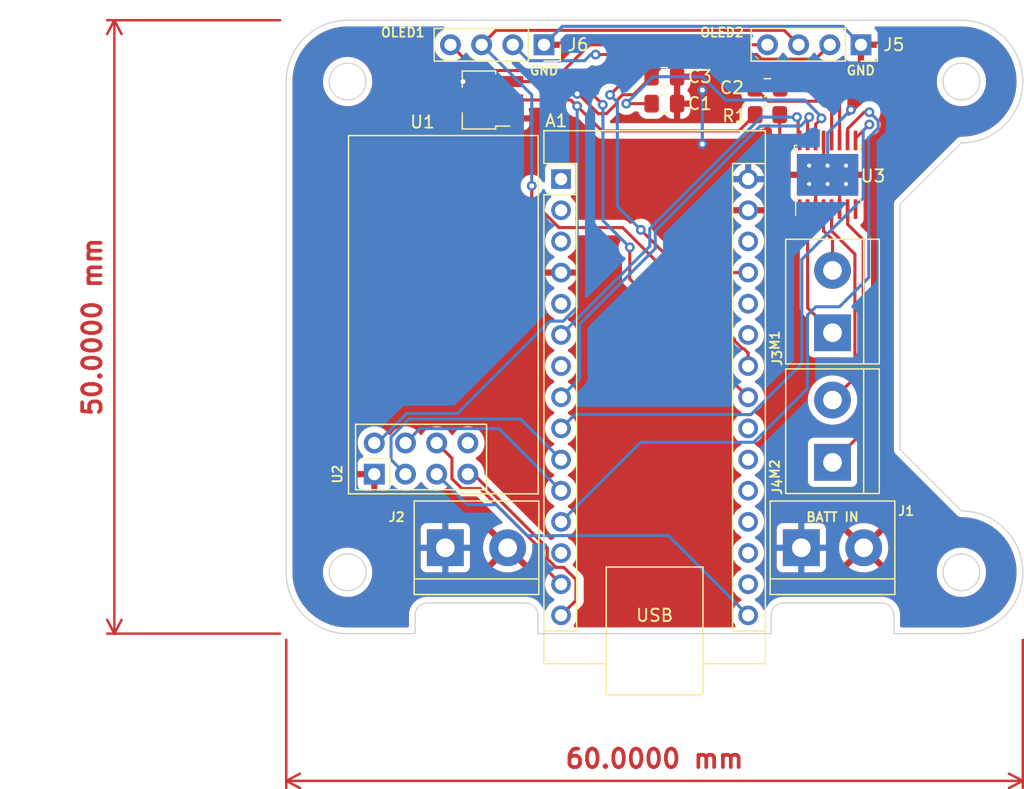
<source format=kicad_pcb>
(kicad_pcb (version 20211014) (generator pcbnew)
  (layers (0 "F.Cu" signal) (31 "B.Cu" signal) (34 "B.Paste" user) (35 "F.Paste" user) (36 "B.SilkS" user "B.Silkscreen") (37 "F.SilkS" user "F.Silkscreen") (38 "B.Mask" user) (39 "F.Mask" user) (44 "Edge.Cuts" user))
  (net 0 "")
  (net 4 "GND")
  (net 6 "Net-(A1-Pad6)")
  (net 8 "Net-(A1-Pad8)")
  (net 9 "Net-(A1-Pad9)")
  (net 10 "Net-(A1-Pad10)")
  (net 11 "Net-(A1-Pad11)")
  (net 12 "Net-(A1-Pad12)")
  (net 14 "Net-(A1-Pad14)")
  (net 15 "Net-(A1-Pad15)")
  (net 16 "Net-(A1-Pad16)")
  (net 23 "Net-(A1-Pad23)")
  (net 24 "Net-(A1-Pad24)")
  (net 27 "Net-(A1-Pad27)")
  (net 29 "+6V")
  (net 30 "Net-(C2-Pad1)")
  (net 31 "Net-(C3-Pad1)")
  (net 32 "Net-(J3-Pad1)")
  (net 33 "Net-(J3-Pad2)")
  (net 34 "Net-(J4-Pad1)")
  (net 35 "Net-(J4-Pad2)")
  (net 36 "Net-(R1-Pad1)")
  (net 37 "+3V3")
  (footprint "RF_Module:nRF24L01_Breakout" (layer "F.Cu") (at 147.175 116 90)
    (fp_text reference "U2" (at 0 -3 90) (layer "F.SilkS") (effects (font (size 0.75 0.75))))
    (fp_text value "NRF24L01_Breakout")
    (fp_line (start 1.27 1.27) (end -1.016 1.27) (layer "F.SilkS") (width 0.12))
    (fp_line (start -1.6 -2.1) (end -1.6 -2.1) (layer "F.SilkS") (width 0.12))
    (fp_line (start 1.27 -1.016) (end 1.27 1.27) (layer "F.SilkS") (width 0.12))
    (fp_line (start -1.27 9.144) (end -1.27 9.144) (layer "F.SilkS") (width 0.12))
    (fp_line (start -1.016 1.27) (end -1.016 1.27) (layer "F.SilkS") (width 0.12))
    (fp_line (start 4.064 9.144) (end -1.27 9.144) (layer "F.SilkS") (width 0.12))
    (fp_line (start -1.27 -1.524) (end -1.27 -1.524) (layer "F.SilkS") (width 0.12))
    (fp_line (start 27.6 -2.1) (end 27.6 13.35) (layer "F.SilkS") (width 0.12))
    (fp_line (start -1.6 -2.1) (end 27.6 -2.1) (layer "F.SilkS") (width 0.12))
    (fp_line (start -1.6 13.35) (end -1.6 -2.1) (layer "F.SilkS") (width 0.12))
    (fp_line (start -1.27 -1.524) (end 4.064 -1.524) (layer "F.SilkS") (width 0.12))
    (fp_line (start 4.064 -1.524) (end 4.064 9.144) (layer "F.SilkS") (width 0.12))
    (fp_line (start 27.6 13.35) (end -1.6 13.35) (layer "F.SilkS") (width 0.12))
    (fp_line (start -1.27 9.144) (end -1.27 -1.524) (layer "F.SilkS") (width 0.12))
    (pad "1" thru_hole rect (at 0 0 90) (size 1.7 1.7) (drill 1) (layers *.Cu *.Mask) (net 4 "GND"))
    (pad "2" thru_hole circle (at 2.54 0 90) (size 1.7 1.7) (drill 1) (layers *.Cu *.Mask) (net 37 "+3V3"))
    (pad "3" thru_hole circle (at 0 2.54 90) (size 1.7 1.7) (drill 1) (layers *.Cu *.Mask) (net 10 "Net-(A1-Pad10)"))
    (pad "4" thru_hole circle (at 2.54 2.54 90) (size 1.7 1.7) (drill 1) (layers *.Cu *.Mask) (net 11 "Net-(A1-Pad11)"))
    (pad "5" thru_hole circle (at 0 5.08 90) (size 1.7 1.7) (drill 1) (layers *.Cu *.Mask) (net 16 "Net-(A1-Pad16)"))
    (pad "6" thru_hole circle (at 2.54 5.08 90) (size 1.7 1.7) (drill 1) (layers *.Cu *.Mask) (net 14 "Net-(A1-Pad14)"))
    (pad "7" thru_hole circle (at 0 7.62 90) (size 1.7 1.7) (drill 1) (layers *.Cu *.Mask) (net 15 "Net-(A1-Pad15)"))
    (pad "8" thru_hole circle (at 2.54 7.62 90) (size 1.7 1.7) (drill 1) (layers *.Cu *.Mask))
  )
  (footprint "Capacitor_SMD:C_0805_2012Metric_Pad1.18x1.45mm_HandSolder" (layer "F.Cu") (at 179.2 84.5 180)
    (fp_text reference "C2" (at 2.9 0) (layer "F.SilkS"))
    (fp_text value "0.01UF16V")
    (fp_line (start -0.261252 -0.735) (end 0.261252 -0.735) (layer "F.SilkS") (width 0.12))
    (fp_line (start -0.261252 0.735) (end 0.261252 0.735) (layer "F.SilkS") (width 0.12))
    (pad "1" smd roundrect (at -1.0375 0 180) (size 1.175 1.45) (layers "F.Cu" "F.Paste" "F.Mask") (roundrect_rratio 0.2127659574) (net 30 "Net-(C2-Pad1)"))
    (pad "2" smd roundrect (at 1.0375 0 180) (size 1.175 1.45) (layers "F.Cu" "F.Paste" "F.Mask") (roundrect_rratio 0.2127659574) (net 29 "+6V"))
  )
  (footprint "Package_TO_SOT_SMD:SOT-89-3_Handsoldering" (layer "F.Cu") (at 156 85.5 180)
    (fp_text reference "U1" (at 4.9 -1.8) (layer "F.SilkS"))
    (fp_text value "AZ1117-3.3")
    (fp_line (start -1.06 -2.36) (end -1.06 -2.13) (layer "F.SilkS") (width 0.12))
    (fp_line (start -2.2 -2.13) (end -1.06 -2.13) (layer "F.SilkS") (width 0.12))
    (fp_line (start 1.66 2.36) (end -1.06 2.36) (layer "F.SilkS") (width 0.12))
    (fp_line (start -1.06 2.36) (end -1.06 2.13) (layer "F.SilkS") (width 0.12))
    (fp_line (start 1.66 1.05) (end 1.66 2.36) (layer "F.SilkS") (width 0.12))
    (fp_line (start 1.66 -2.36) (end 1.66 -1.05) (layer "F.SilkS") (width 0.12))
    (fp_line (start -1.06 -2.36) (end 1.66 -2.36) (layer "F.SilkS") (width 0.12))
    (pad "1" smd rect (at -2.15 -1.5 180) (size 2.3 0.9) (layers "F.Cu" "F.Paste" "F.Mask") (net 4 "GND"))
    (pad "2" smd custom (at -2.0625 0 180) (size 2.475 0.9) (layers "F.Cu" "F.Paste" "F.Mask") (net 37 "+3V3") (options (clearance outline) (anchor rect)) (primitives (gr_poly (pts (xy 5.3625 0.8665) (xy 1.2375 0.8665) (xy 1.2375 -0.8665) (xy 5.3625 -0.8665)) (width 0) (fill yes))))
    (pad "3" smd rect (at -2.15 1.5 180) (size 2.3 0.9) (layers "F.Cu" "F.Paste" "F.Mask") (net 29 "+6V"))
  )
  (footprint "Resistor_SMD:R_0805_2012Metric_Pad1.20x1.40mm_HandSolder" (layer "F.Cu") (at 179.2 86.7 180)
    (fp_text reference "R1" (at 2.7 -0.1) (layer "F.SilkS"))
    (fp_text value "200K")
    (fp_line (start -0.227064 -0.735) (end 0.227064 -0.735) (layer "F.SilkS") (width 0.12))
    (fp_line (start -0.227064 0.735) (end 0.227064 0.735) (layer "F.SilkS") (width 0.12))
    (pad "1" smd roundrect (at -1 0 180) (size 1.2 1.4) (layers "F.Cu" "F.Paste" "F.Mask") (roundrect_rratio 0.2083333333) (net 36 "Net-(R1-Pad1)"))
    (pad "2" smd roundrect (at 1 0 180) (size 1.2 1.4) (layers "F.Cu" "F.Paste" "F.Mask") (roundrect_rratio 0.2083333333) (net 37 "+3V3"))
  )
  (footprint "TerminalBlock:TerminalBlock_bornier-2_P5.08mm" (layer "F.Cu") (at 152.96 122)
    (fp_text reference "J2" (at -3.96 -2.5) (layer "F.SilkS") (effects (font (size 0.75 0.75))))
    (fp_text value "LED")
    (fp_line (start -2.54 -3.81) (end -2.54 3.81) (layer "F.SilkS") (width 0.12))
    (fp_line (start 7.62 3.81) (end 7.62 -3.81) (layer "F.SilkS") (width 0.12))
    (fp_line (start 7.62 2.54) (end -2.54 2.54) (layer "F.SilkS") (width 0.12))
    (fp_line (start -2.54 3.81) (end 7.62 3.81) (layer "F.SilkS") (width 0.12))
    (fp_line (start 7.62 -3.81) (end -2.54 -3.81) (layer "F.SilkS") (width 0.12))
    (pad "1" thru_hole rect (at 0 0) (size 3 3) (drill 1.52) (layers *.Cu *.Mask) (net 29 "+6V"))
    (pad "2" thru_hole circle (at 5.08 0) (size 3 3) (drill 1.52) (layers *.Cu *.Mask) (net 4 "GND"))
  )
  (footprint "digikey-footprints:TSSOP-16-1EP_W4.40mm" (layer "F.Cu") (at 184.1 91.6)
    (fp_text reference "U3" (at 3.7 0.1) (layer "F.SilkS"))
    (fp_text value "DRV8833PWPR")
    (fp_line (start -2.6 2) (end -2.6 3.3) (layer "F.SilkS") (width 0.1))
    (fp_line (start -2.7 -2.4) (end -2.7 -2) (layer "F.SilkS") (width 0.1))
    (fp_line (start -2.7 1.6) (end -2.7 1.9) (layer "F.SilkS") (width 0.1))
    (fp_line (start 2.5 -2.4) (end 2.7 -2.4) (layer "F.SilkS") (width 0.1))
    (fp_line (start -2.7 1.9) (end -2.6 2) (layer "F.SilkS") (width 0.1))
    (fp_line (start -2.5 -2.4) (end -2.7 -2.4) (layer "F.SilkS") (width 0.1))
    (fp_line (start 2.5 2.4) (end 2.7 2.4) (layer "F.SilkS") (width 0.1))
    (fp_line (start 2.7 -2.4) (end 2.7 -1.9) (layer "F.SilkS") (width 0.1))
    (fp_line (start 2.6 -2.4) (end 2.5 -2.4) (layer "F.SilkS") (width 0.1))
    (fp_line (start 2.7 2.4) (end 2.7 2) (layer "F.SilkS") (width 0.1))
    (pad "1" smd rect locked (at -2.275 2.8) (size 0.3 1.6) (layers "F.Cu" "F.Paste" "F.Mask") (net 36 "Net-(R1-Pad1)"))
    (pad "2" smd rect locked (at -1.625 2.8) (size 0.3 1.6) (layers "F.Cu" "F.Paste" "F.Mask") (net 32 "Net-(J3-Pad1)"))
    (pad "3" smd rect locked (at -0.975 2.8) (size 0.3 1.6) (layers "F.Cu" "F.Paste" "F.Mask") (net 4 "GND"))
    (pad "4" smd rect locked (at -0.325 2.8) (size 0.3 1.6) (layers "F.Cu" "F.Paste" "F.Mask") (net 33 "Net-(J3-Pad2)"))
    (pad "5" smd rect locked (at 0.325 2.8) (size 0.3 1.6) (layers "F.Cu" "F.Paste" "F.Mask") (net 35 "Net-(J4-Pad2)"))
    (pad "6" smd rect locked (at 0.975 2.8) (size 0.3 1.6) (layers "F.Cu" "F.Paste" "F.Mask") (net 4 "GND"))
    (pad "7" smd rect locked (at 1.625 2.8) (size 0.3 1.6) (layers "F.Cu" "F.Paste" "F.Mask") (net 34 "Net-(J4-Pad1)"))
    (pad "8" smd rect locked (at 2.275 2.8) (size 0.3 1.6) (layers "F.Cu" "F.Paste" "F.Mask"))
    (pad "9" smd rect locked (at 2.275 -2.8) (size 0.3 1.6) (layers "F.Cu" "F.Paste" "F.Mask") (net 9 "Net-(A1-Pad9)"))
    (pad "10" smd rect locked (at 1.625 -2.8) (size 0.3 1.6) (layers "F.Cu" "F.Paste" "F.Mask") (net 12 "Net-(A1-Pad12)"))
    (pad "11" smd rect locked (at 0.975 -2.8) (size 0.3 1.6) (layers "F.Cu" "F.Paste" "F.Mask") (net 30 "Net-(C2-Pad1)"))
    (pad "12" smd rect locked (at 0.325 -2.8) (size 0.3 1.6) (layers "F.Cu" "F.Paste" "F.Mask") (net 29 "+6V"))
    (pad "13" smd rect locked (at -0.325 -2.8) (size 0.3 1.6) (layers "F.Cu" "F.Paste" "F.Mask") (net 4 "GND"))
    (pad "14" smd rect locked (at -0.975 -2.8) (size 0.3 1.6) (layers "F.Cu" "F.Paste" "F.Mask") (net 31 "Net-(C3-Pad1)"))
    (pad "15" smd rect locked (at -1.625 -2.8) (size 0.3 1.6) (layers "F.Cu" "F.Paste" "F.Mask") (net 8 "Net-(A1-Pad8)"))
    (pad "16" smd rect locked (at -2.275 -2.8) (size 0.3 1.6) (layers "F.Cu" "F.Paste" "F.Mask") (net 6 "Net-(A1-Pad6)"))
    (pad "17" thru_hole circle locked (at 0 -0.75) (size 0.38 0.38) (drill 0.33) (layers *.Cu *.Mask) (net 4 "GND"))
    (pad "17" smd rect locked (at 0 0) (size 5 3.4) (layers "F.Cu") (net 4 "GND"))
    (pad "17" thru_hole circle locked (at 1.5 0.75) (size 0.38 0.38) (drill 0.33) (layers *.Cu *.Mask) (net 4 "GND"))
    (pad "17" smd rect locked (at 0 0) (size 2.31 2.46) (layers "F.Cu" "F.Paste" "F.Mask") (net 4 "GND"))
    (pad "17" thru_hole circle locked (at -1.5 -0.75) (size 0.38 0.38) (drill 0.33) (layers *.Cu *.Mask) (net 4 "GND"))
    (pad "17" thru_hole circle locked (at -1.5 0.75) (size 0.38 0.38) (drill 0.33) (layers *.Cu *.Mask) (net 4 "GND"))
    (pad "17" thru_hole circle locked (at 1.5 -0.75) (size 0.38 0.38) (drill 0.33) (layers *.Cu *.Mask) (net 4 "GND"))
    (pad "17" smd rect locked (at 0 0) (size 5 3.4) (layers "B.Cu") (net 4 "GND"))
    (pad "17" thru_hole circle locked (at 0 0.75) (size 0.38 0.38) (drill 0.33) (layers *.Cu *.Mask) (net 4 "GND"))
  )
  (footprint "Module:Arduino_Nano" (layer "F.Cu") (at 162.39 91.95)
    (fp_text reference "A1" (at -0.39 -4.75) (layer "F.SilkS"))
    (fp_text value "Arduino_Nano_v3.x")
    (fp_text user "USB" (at 7.62 35.56 unlocked) (layer "F.SilkS"))
    (fp_line (start 3.68 42.04) (end 3.68 31.62) (layer "F.SilkS") (width 0.12))
    (fp_line (start 16.64 -3.94) (end -1.4 -3.94) (layer "F.SilkS") (width 0.12))
    (fp_line (start 16.64 39.5) (end 11.56 39.5) (layer "F.SilkS") (width 0.12))
    (fp_line (start 13.97 -1.27) (end 16.64 -1.27) (layer "F.SilkS") (width 0.12))
    (fp_line (start 1.27 -1.27) (end -1.4 -1.27) (layer "F.SilkS") (width 0.12))
    (fp_line (start 1.27 1.27) (end -1.4 1.27) (layer "F.SilkS") (width 0.12))
    (fp_line (start 13.97 -1.27) (end 13.97 36.83) (layer "F.SilkS") (width 0.12))
    (fp_line (start 11.56 42.04) (end 3.68 42.04) (layer "F.SilkS") (width 0.12))
    (fp_line (start 1.27 1.27) (end 1.27 36.83) (layer "F.SilkS") (width 0.12))
    (fp_line (start 1.27 36.83) (end -1.4 36.83) (layer "F.SilkS") (width 0.12))
    (fp_line (start -1.4 1.27) (end -1.4 39.5) (layer "F.SilkS") (width 0.12))
    (fp_line (start 13.97 36.83) (end 16.64 36.83) (layer "F.SilkS") (width 0.12))
    (fp_line (start -1.4 39.5) (end 3.68 39.5) (layer "F.SilkS") (width 0.12))
    (fp_line (start 1.27 1.27) (end 1.27 -1.27) (layer "F.SilkS") (width 0.12))
    (fp_line (start 16.64 39.5) (end 16.64 -3.94) (layer "F.SilkS") (width 0.12))
    (fp_line (start -1.4 -3.94) (end -1.4 -1.27) (layer "F.SilkS") (width 0.12))
    (fp_line (start 11.56 31.62) (end 11.56 42.04) (layer "F.SilkS") (width 0.12))
    (fp_line (start 3.68 31.62) (end 11.56 31.62) (layer "F.SilkS") (width 0.12))
    (pad "1" thru_hole rect (at 0 0) (size 1.6 1.6) (drill 1) (layers *.Cu *.Mask))
    (pad "2" thru_hole oval (at 0 2.54) (size 1.6 1.6) (drill 1) (layers *.Cu *.Mask))
    (pad "3" thru_hole oval (at 0 5.08) (size 1.6 1.6) (drill 1) (layers *.Cu *.Mask))
    (pad "4" thru_hole oval (at 0 7.62) (size 1.6 1.6) (drill 1) (layers *.Cu *.Mask) (net 4 "GND"))
    (pad "5" thru_hole oval (at 0 10.16) (size 1.6 1.6) (drill 1) (layers *.Cu *.Mask))
    (pad "6" thru_hole oval (at 0 12.7) (size 1.6 1.6) (drill 1) (layers *.Cu *.Mask) (net 6 "Net-(A1-Pad6)"))
    (pad "7" thru_hole oval (at 0 15.24) (size 1.6 1.6) (drill 1) (layers *.Cu *.Mask))
    (pad "8" thru_hole oval (at 0 17.78) (size 1.6 1.6) (drill 1) (layers *.Cu *.Mask) (net 8 "Net-(A1-Pad8)"))
    (pad "9" thru_hole oval (at 0 20.32) (size 1.6 1.6) (drill 1) (layers *.Cu *.Mask) (net 9 "Net-(A1-Pad9)"))
    (pad "10" thru_hole oval (at 0 22.86) (size 1.6 1.6) (drill 1) (layers *.Cu *.Mask) (net 10 "Net-(A1-Pad10)"))
    (pad "11" thru_hole oval (at 0 25.4) (size 1.6 1.6) (drill 1) (layers *.Cu *.Mask) (net 11 "Net-(A1-Pad11)"))
    (pad "12" thru_hole oval (at 0 27.94) (size 1.6 1.6) (drill 1) (layers *.Cu *.Mask) (net 12 "Net-(A1-Pad12)"))
    (pad "13" thru_hole oval (at 0 30.48) (size 1.6 1.6) (drill 1) (layers *.Cu *.Mask))
    (pad "14" thru_hole oval (at 0 33.02) (size 1.6 1.6) (drill 1) (layers *.Cu *.Mask) (net 14 "Net-(A1-Pad14)"))
    (pad "15" thru_hole oval (at 0 35.56) (size 1.6 1.6) (drill 1) (layers *.Cu *.Mask) (net 15 "Net-(A1-Pad15)"))
    (pad "16" thru_hole oval (at 15.24 35.56) (size 1.6 1.6) (drill 1) (layers *.Cu *.Mask) (net 16 "Net-(A1-Pad16)"))
    (pad "17" thru_hole oval (at 15.24 33.02) (size 1.6 1.6) (drill 1) (layers *.Cu *.Mask))
    (pad "18" thru_hole oval (at 15.24 30.48) (size 1.6 1.6) (drill 1) (layers *.Cu *.Mask))
    (pad "19" thru_hole oval (at 15.24 27.94) (size 1.6 1.6) (drill 1) (layers *.Cu *.Mask))
    (pad "20" thru_hole oval (at 15.24 25.4) (size 1.6 1.6) (drill 1) (layers *.Cu *.Mask))
    (pad "21" thru_hole oval (at 15.24 22.86) (size 1.6 1.6) (drill 1) (layers *.Cu *.Mask))
    (pad "22" thru_hole oval (at 15.24 20.32) (size 1.6 1.6) (drill 1) (layers *.Cu *.Mask))
    (pad "23" thru_hole oval (at 15.24 17.78) (size 1.6 1.6) (drill 1) (layers *.Cu *.Mask) (net 23 "Net-(A1-Pad23)"))
    (pad "24" thru_hole oval (at 15.24 15.24) (size 1.6 1.6) (drill 1) (layers *.Cu *.Mask) (net 24 "Net-(A1-Pad24)"))
    (pad "25" thru_hole oval (at 15.24 12.7) (size 1.6 1.6) (drill 1) (layers *.Cu *.Mask))
    (pad "26" thru_hole oval (at 15.24 10.16) (size 1.6 1.6) (drill 1) (layers *.Cu *.Mask))
    (pad "27" thru_hole oval (at 15.24 7.62) (size 1.6 1.6) (drill 1) (layers *.Cu *.Mask) (net 27 "Net-(A1-Pad27)"))
    (pad "28" thru_hole oval (at 15.24 5.08) (size 1.6 1.6) (drill 1) (layers *.Cu *.Mask))
    (pad "29" thru_hole oval (at 15.24 2.54) (size 1.6 1.6) (drill 1) (layers *.Cu *.Mask) (net 4 "GND"))
    (pad "30" thru_hole oval (at 15.24 0) (size 1.6 1.6) (drill 1) (layers *.Cu *.Mask) (net 29 "+6V"))
  )
  (footprint "Connector_PinSocket_2.54mm:PinSocket_1x04_P2.54mm_Vertical" (layer "F.Cu") (at 186.82 81 -90)
    (fp_text reference "J5" (at 0 -2.68 180) (layer "F.SilkS"))
    (fp_text value "OLED SCREEN 1")
    (fp_line (start 0 -1.33) (end 1.33 -1.33) (layer "F.SilkS") (width 0.12))
    (fp_line (start -1.33 1.27) (end 1.33 1.27) (layer "F.SilkS") (width 0.12))
    (fp_line (start -1.33 1.27) (end -1.33 8.95) (layer "F.SilkS") (width 0.12))
    (fp_line (start 1.33 -1.33) (end 1.33 0) (layer "F.SilkS") (width 0.12))
    (fp_line (start -1.33 8.95) (end 1.33 8.95) (layer "F.SilkS") (width 0.12))
    (fp_line (start 1.33 1.27) (end 1.33 8.95) (layer "F.SilkS") (width 0.12))
    (pad "1" thru_hole rect (at 0 0 270) (size 1.7 1.7) (drill 1) (layers *.Cu *.Mask) (net 4 "GND"))
    (pad "2" thru_hole oval (at 0 2.54 270) (size 1.7 1.7) (drill 1) (layers *.Cu *.Mask) (net 27 "Net-(A1-Pad27)"))
    (pad "3" thru_hole oval (at 0 5.08 270) (size 1.7 1.7) (drill 1) (layers *.Cu *.Mask) (net 24 "Net-(A1-Pad24)"))
    (pad "4" thru_hole oval (at 0 7.62 270) (size 1.7 1.7) (drill 1) (layers *.Cu *.Mask) (net 23 "Net-(A1-Pad23)"))
  )
  (footprint "TerminalBlock:TerminalBlock_bornier-2_P5.08mm" (layer "F.Cu") (at 184.5 115.04 90)
    (fp_text reference "J4" (at -2 -4.5 90) (layer "F.SilkS") (effects (font (size 0.75 0.75))))
    (fp_text value "M2")
    (fp_line (start 7.62 -3.81) (end -2.54 -3.81) (layer "F.SilkS") (width 0.12))
    (fp_line (start 7.62 2.54) (end -2.54 2.54) (layer "F.SilkS") (width 0.12))
    (fp_line (start -2.54 -3.81) (end -2.54 3.81) (layer "F.SilkS") (width 0.12))
    (fp_line (start 7.62 3.81) (end 7.62 -3.81) (layer "F.SilkS") (width 0.12))
    (fp_line (start -2.54 3.81) (end 7.62 3.81) (layer "F.SilkS") (width 0.12))
    (pad "1" thru_hole rect (at 0 0 90) (size 3 3) (drill 1.52) (layers *.Cu *.Mask) (net 34 "Net-(J4-Pad1)"))
    (pad "2" thru_hole circle (at 5.08 0 90) (size 3 3) (drill 1.52) (layers *.Cu *.Mask) (net 35 "Net-(J4-Pad2)"))
  )
  (footprint "Capacitor_SMD:C_0805_2012Metric_Pad1.18x1.45mm_HandSolder" (layer "F.Cu") (at 170.8 83.6 180)
    (fp_text reference "C1" (at -2.9 -2.2) (layer "F.SilkS"))
    (fp_text value "10UF10V")
    (fp_line (start -0.261252 -0.735) (end 0.261252 -0.735) (layer "F.SilkS") (width 0.12))
    (fp_line (start -0.261252 0.735) (end 0.261252 0.735) (layer "F.SilkS") (width 0.12))
    (pad "1" smd roundrect (at -1.0375 0 180) (size 1.175 1.45) (layers "F.Cu" "F.Paste" "F.Mask") (roundrect_rratio 0.2127659574) (net 4 "GND"))
    (pad "2" smd roundrect (at 1.0375 0 180) (size 1.175 1.45) (layers "F.Cu" "F.Paste" "F.Mask") (roundrect_rratio 0.2127659574) (net 29 "+6V"))
  )
  (footprint "TerminalBlock:TerminalBlock_bornier-2_P5.08mm" (layer "F.Cu") (at 181.96 122)
    (fp_text reference "J1" (at 8.54 -3) (layer "F.SilkS") (effects (font (size 0.75 0.75))))
    (fp_text value "BATT 6V")
    (fp_line (start 7.62 2.54) (end -2.54 2.54) (layer "F.SilkS") (width 0.12))
    (fp_line (start 7.62 3.81) (end 7.62 -3.81) (layer "F.SilkS") (width 0.12))
    (fp_line (start -2.54 -3.81) (end -2.54 3.81) (layer "F.SilkS") (width 0.12))
    (fp_line (start 7.62 -3.81) (end -2.54 -3.81) (layer "F.SilkS") (width 0.12))
    (fp_line (start -2.54 3.81) (end 7.62 3.81) (layer "F.SilkS") (width 0.12))
    (pad "1" thru_hole rect (at 0 0) (size 3 3) (drill 1.52) (layers *.Cu *.Mask) (net 29 "+6V"))
    (pad "2" thru_hole circle (at 5.08 0) (size 3 3) (drill 1.52) (layers *.Cu *.Mask) (net 4 "GND"))
  )
  (footprint "Connector_PinSocket_2.54mm:PinSocket_1x04_P2.54mm_Vertical" (layer "F.Cu") (at 161 81 -90)
    (fp_text reference "J6" (at 0 -2.77 180) (layer "F.SilkS"))
    (fp_text value "OLED SCREEN 2")
    (fp_line (start 0 -1.33) (end 1.33 -1.33) (layer "F.SilkS") (width 0.12))
    (fp_line (start -1.33 8.95) (end 1.33 8.95) (layer "F.SilkS") (width 0.12))
    (fp_line (start -1.33 1.27) (end -1.33 8.95) (layer "F.SilkS") (width 0.12))
    (fp_line (start 1.33 1.27) (end 1.33 8.95) (layer "F.SilkS") (width 0.12))
    (fp_line (start 1.33 -1.33) (end 1.33 0) (layer "F.SilkS") (width 0.12))
    (fp_line (start -1.33 1.27) (end 1.33 1.27) (layer "F.SilkS") (width 0.12))
    (pad "1" thru_hole rect (at 0 0 270) (size 1.7 1.7) (drill 1) (layers *.Cu *.Mask) (net 4 "GND"))
    (pad "2" thru_hole oval (at 0 2.54 270) (size 1.7 1.7) (drill 1) (layers *.Cu *.Mask) (net 27 "Net-(A1-Pad27)"))
    (pad "3" thru_hole oval (at 0 5.08 270) (size 1.7 1.7) (drill 1) (layers *.Cu *.Mask) (net 24 "Net-(A1-Pad24)"))
    (pad "4" thru_hole oval (at 0 7.62 270) (size 1.7 1.7) (drill 1) (layers *.Cu *.Mask) (net 23 "Net-(A1-Pad23)"))
  )
  (footprint "Capacitor_SMD:C_0805_2012Metric_Pad1.18x1.45mm_HandSolder" (layer "F.Cu") (at 170.8 85.8)
    (fp_text reference "C3" (at 2.9 -2.2) (layer "F.SilkS"))
    (fp_text value "2.2UF6.3V")
    (fp_line (start -0.261252 0.735) (end 0.261252 0.735) (layer "F.SilkS") (width 0.12))
    (fp_line (start -0.261252 -0.735) (end 0.261252 -0.735) (layer "F.SilkS") (width 0.12))
    (pad "1" smd roundrect (at -1.0375 0) (size 1.175 1.45) (layers "F.Cu" "F.Paste" "F.Mask") (roundrect_rratio 0.2127659574) (net 31 "Net-(C3-Pad1)"))
    (pad "2" smd roundrect (at 1.0375 0) (size 1.175 1.45) (layers "F.Cu" "F.Paste" "F.Mask") (roundrect_rratio 0.2127659574) (net 4 "GND"))
  )
  (footprint "TerminalBlock:TerminalBlock_bornier-2_P5.08mm" (layer "F.Cu") (at 184.5 104.4725 90)
    (fp_text reference "J3" (at -2.06 -4.5 90) (layer "F.SilkS") (effects (font (size 0.75 0.75))))
    (fp_text value "M1")
    (fp_line (start 7.62 2.54) (end -2.54 2.54) (layer "F.SilkS") (width 0.12))
    (fp_line (start -2.54 3.81) (end 7.62 3.81) (layer "F.SilkS") (width 0.12))
    (fp_line (start 7.62 -3.81) (end -2.54 -3.81) (layer "F.SilkS") (width 0.12))
    (fp_line (start -2.54 -3.81) (end -2.54 3.81) (layer "F.SilkS") (width 0.12))
    (fp_line (start 7.62 3.81) (end 7.62 -3.81) (layer "F.SilkS") (width 0.12))
    (pad "1" thru_hole rect (at 0 0 90) (size 3 3) (drill 1.52) (layers *.Cu *.Mask) (net 32 "Net-(J3-Pad1)"))
    (pad "2" thru_hole circle (at 5.08 0 90) (size 3 3) (drill 1.52) (layers *.Cu *.Mask) (net 33 "Net-(J3-Pad2)"))
  )
  (gr_line (start 190 114) (end 190 94) (layer "Edge.Cuts") (width 0.1))
  (gr_circle (center 145 84) (end 146.5 84) (layer "Edge.Cuts") (width 0.1) (fill none))
  (gr_circle (center 145 124) (end 146.5 124) (layer "Edge.Cuts") (width 0.1) (fill none))
  (gr_arc (start 195 79) (mid 200 84) (end 195 89) (layer "Edge.Cuts") (width 0.1))
  (gr_arc (start 195 119) (mid 198.535534 120.464466) (end 200 124) (layer "Edge.Cuts") (width 0.1))
  (gr_line (start 159.5 126.5) (end 151.5 126.5) (layer "Edge.Cuts") (width 0.1))
  (gr_line (start 145 129) (end 150.5 129) (layer "Edge.Cuts") (width 0.1))
  (gr_arc (start 179.5 127.5) (mid 179.792893 126.792893) (end 180.5 126.5) (layer "Edge.Cuts") (width 0.1))
  (gr_line (start 179.5 129) (end 179.5 127.5) (layer "Edge.Cuts") (width 0.1))
  (gr_line (start 190 114) (end 195 119) (layer "Edge.Cuts") (width 0.1))
  (gr_arc (start 159.5 126.5) (mid 160.207107 126.792893) (end 160.5 127.5) (layer "Edge.Cuts") (width 0.1))
  (gr_arc (start 145 129) (mid 141.464466 127.535534) (end 140 124) (layer "Edge.Cuts") (width 0.1))
  (gr_line (start 160.5 129) (end 179.5 129) (layer "Edge.Cuts") (width 0.1))
  (gr_line (start 160.5 129) (end 160.5 127.5) (layer "Edge.Cuts") (width 0.1))
  (gr_line (start 150.5 127.5) (end 150.5 129) (layer "Edge.Cuts") (width 0.1))
  (gr_circle (center 195 124) (end 196.5 124) (layer "Edge.Cuts") (width 0.1) (fill none))
  (gr_line (start 195 79) (end 145 79) (layer "Edge.Cuts") (width 0.1))
  (gr_arc (start 140 84) (mid 141.464466 80.464466) (end 145 79) (layer "Edge.Cuts") (width 0.1))
  (gr_circle (center 195 84) (end 196.5 84) (layer "Edge.Cuts") (width 0.1) (fill none))
  (gr_line (start 189.5 129) (end 195 129) (layer "Edge.Cuts") (width 0.1))
  (gr_line (start 190 94) (end 195 89) (layer "Edge.Cuts") (width 0.1))
  (gr_arc (start 200 124) (mid 198.535534 127.535534) (end 195 129) (layer "Edge.Cuts") (width 0.1))
  (gr_line (start 189.5 127.5) (end 189.5 129) (layer "Edge.Cuts") (width 0.1))
  (gr_arc (start 188.5 126.5) (mid 189.207107 126.792893) (end 189.5 127.5) (layer "Edge.Cuts") (width 0.1))
  (gr_line (start 140 84) (end 140 124) (layer "Edge.Cuts") (width 0.1))
  (gr_line (start 180.5 126.5) (end 188.5 126.5) (layer "Edge.Cuts") (width 0.1))
  (gr_arc (start 150.5 127.5) (mid 150.792893 126.792893) (end 151.5 126.5) (layer "Edge.Cuts") (width 0.1))
  (gr_text "OLED2" (at 175.5 80) (layer "F.SilkS") (effects (font (size 0.75 0.75))))
  (gr_text "GND\n" (at 186.8 83.1) (layer "F.SilkS") (effects (font (size 0.75 0.75))))
  (gr_text "GND\n" (at 161 83.1) (layer "F.SilkS") (effects (font (size 0.75 0.75))))
  (gr_text "BATT IN" (at 184.5 119.5) (layer "F.SilkS") (effects (font (size 0.75 0.75))))
  (gr_text "M1" (at 179.8 105.1 90) (layer "F.SilkS") (effects (font (size 0.75 0.75))))
  (gr_text "OLED1" (at 149.5 80) (layer "F.SilkS") (effects (font (size 0.75 0.75))))
  (gr_text "M2" (at 179.8 115.6 90) (layer "F.SilkS") (effects (font (size 0.75 0.75))))
  (dimension (type aligned) (layer "F.Cu") (pts (xy 200 129) (xy 140 129)) (height -12) (gr_text "60.0000 mm" (at 170 139.2) (layer "F.Cu") (effects (font (size 1.5 1.5) (thickness 0.3)))) (format (units 3) (units_format 1) (precision 4)) (style (thickness 0.2) (arrow_length 1.27) (text_position_mode 0) (extension_height 0.58642) (extension_offset 0.5) keep_text_aligned))
  (dimension (type aligned) (layer "F.Cu") (pts (xy 140 129) (xy 140 79)) (height -14) (gr_text "50.0000 mm" (at 124.2 104 90) (layer "F.Cu") (effects (font (size 1.5 1.5) (thickness 0.3)))) (format (units 3) (units_format 1) (precision 4)) (style (thickness 0.2) (arrow_length 1.27) (text_position_mode 0) (extension_height 0.58642) (extension_offset 0.5) keep_text_aligned))
  (segment (start 172.8 85.8) (end 171.8375 85.8) (width 0.25) (layer "F.Cu") (net 4))
  (segment (start 183.125 94.4) (end 183.125 92.575) (width 0.25) (layer "F.Cu") (net 4))
  (segment (start 186.82 81) (end 186.82 85.48) (width 0.25) (layer "F.Cu") (net 4))
  (segment (start 183.125 92.575) (end 184.1 91.6) (width 0.25) (layer "F.Cu") (net 4))
  (segment (start 185.075 92.575) (end 184.1 91.6) (width 0.25) (layer "F.Cu") (net 4))
  (segment (start 173.9 84.7) (end 172.8 85.8) (width 0.25) (layer "F.Cu") (net 4))
  (segment (start 172.8 83.6) (end 173.9 84.7) (width 0.25) (layer "F.Cu") (net 4))
  (segment (start 186.82 85.48) (end 186 86.3) (width 0.25) (layer "F.Cu") (net 4))
  (segment (start 171.8375 83.6) (end 172.8 83.6) (width 0.25) (layer "F.Cu") (net 4))
  (segment (start 185.075 94.4) (end 185.075 92.575) (width 0.25) (layer "F.Cu") (net 4))
  (segment (start 183.775 88.8) (end 183.775 91.275) (width 0.25) (layer "F.Cu") (net 4))
  (segment (start 183.775 91.275) (end 184.1 91.6) (width 0.25) (layer "F.Cu") (net 4))
  (via (at 186 86.3) (size 0.8) (drill 0.4) (layers "F.Cu" "B.Cu") (net 4))
  (via (at 173.9 84.7) (size 0.8) (drill 0.4) (layers "F.Cu" "B.Cu") (net 4))
  (via (at 173.9 89.1) (size 0.8) (drill 0.4) (layers "F.Cu" "B.Cu") (net 4))
  (segment (start 185.32 79.5) (end 186.82 81) (width 0.25) (layer "B.Cu") (net 4))
  (segment (start 173.9 89.1) (end 173.9 84.7) (width 0.25) (layer "B.Cu") (net 4))
  (segment (start 161 81) (end 162.5 79.5) (width 0.25) (layer "B.Cu") (net 4))
  (segment (start 184.1 88.2) (end 184.1 91.6) (width 0.25) (layer "B.Cu") (net 4))
  (segment (start 186 86.3) (end 184.1 88.2) (width 0.25) (layer "B.Cu") (net 4))
  (segment (start 162.5 79.5) (end 185.32 79.5) (width 0.25) (layer "B.Cu") (net 4))
  (segment (start 181.7 88.675) (end 181.825 88.8) (width 0.25) (layer "F.Cu") (net 6))
  (segment (start 181.600497 86.9) (end 181.7 86.999503) (width 0.25) (layer "F.Cu") (net 6))
  (segment (start 181.7 86.999503) (end 181.7 88.675) (width 0.25) (layer "F.Cu") (net 6))
  (via (at 181.600497 86.9) (size 0.8) (drill 0.4) (layers "F.Cu" "B.Cu") (net 6))
  (segment (start 169.612701 97.427299) (end 162.39 104.65) (width 0.25) (layer "B.Cu") (net 6))
  (segment (start 169.612701 95.987299) (end 169.612701 97.427299) (width 0.25) (layer "B.Cu") (net 6))
  (segment (start 181.600497 86.9) (end 178.7 86.9) (width 0.25) (layer "B.Cu") (net 6))
  (segment (start 178.7 86.9) (end 169.612701 95.987299) (width 0.25) (layer "B.Cu") (net 6))
  (segment (start 182.6 86.9) (end 182.475 87.025) (width 0.25) (layer "F.Cu") (net 8))
  (segment (start 182.475 87.025) (end 182.475 88.8) (width 0.25) (layer "F.Cu") (net 8))
  (via (at 182.6 86.9) (size 0.8) (drill 0.4) (layers "F.Cu" "B.Cu") (net 8))
  (segment (start 178.611396 87.625) (end 170.062701 96.173695) (width 0.25) (layer "B.Cu") (net 8))
  (segment (start 170.062701 96.173695) (end 170.062701 97.613695) (width 0.25) (layer "B.Cu") (net 8))
  (segment (start 163.9 108.2) (end 162.39 109.71) (width 0.25) (layer "B.Cu") (net 8))
  (segment (start 181.900802 87.625) (end 178.611396 87.625) (width 0.25) (layer "B.Cu") (net 8))
  (segment (start 182.6 86.9) (end 182.6 86.925802) (width 0.25) (layer "B.Cu") (net 8))
  (segment (start 170.062701 97.613695) (end 163.9 103.776396) (width 0.25) (layer "B.Cu") (net 8))
  (segment (start 182.6 86.925802) (end 181.900802 87.625) (width 0.25) (layer "B.Cu") (net 8))
  (segment (start 163.9 103.776396) (end 163.9 108.2) (width 0.25) (layer "B.Cu") (net 8))
  (segment (start 162.39 109.71) (end 162.39 109.73) (width 0.25) (layer "B.Cu") (net 8))
  (segment (start 186.375 88.625) (end 186.375 88.8) (width 0.25) (layer "F.Cu") (net 9))
  (segment (start 187.5 87.5) (end 186.375 88.625) (width 0.25) (layer "F.Cu") (net 9))
  (via (at 187.5 87.5) (size 0.8) (drill 0.4) (layers "F.Cu" "B.Cu") (net 9))
  (segment (start 182 107) (end 177.855 111.145) (width 0.25) (layer "B.Cu") (net 9))
  (segment (start 163.515 111.145) (end 162.39 112.27) (width 0.25) (layer "B.Cu") (net 9))
  (segment (start 187 93.5) (end 182 98.5) (width 0.25) (layer "B.Cu") (net 9))
  (segment (start 177.855 111.145) (end 163.515 111.145) (width 0.25) (layer "B.Cu") (net 9))
  (segment (start 182 98.5) (end 182 107) (width 0.25) (layer "B.Cu") (net 9))
  (segment (start 187.5 87.5) (end 187 88) (width 0.25) (layer "B.Cu") (net 9))
  (segment (start 187 88) (end 187 93.5) (width 0.25) (layer "B.Cu") (net 9))
  (segment (start 148.54 112.973299) (end 148.54 114.825) (width 0.25) (layer "B.Cu") (net 10))
  (segment (start 148.54 114.825) (end 149.715 116) (width 0.25) (layer "B.Cu") (net 10))
  (segment (start 159.08 111.5) (end 150.013299 111.5) (width 0.25) (layer "B.Cu") (net 10))
  (segment (start 150.013299 111.5) (end 148.54 112.973299) (width 0.25) (layer "B.Cu") (net 10))
  (segment (start 162.39 114.81) (end 159.08 111.5) (width 0.25) (layer "B.Cu") (net 10))
  (segment (start 150.89 112.285) (end 149.715 113.46) (width 0.25) (layer "B.Cu") (net 11))
  (segment (start 157.325 112.285) (end 150.89 112.285) (width 0.25) (layer "B.Cu") (net 11))
  (segment (start 162.39 117.35) (end 157.325 112.285) (width 0.25) (layer "B.Cu") (net 11))
  (segment (start 187.5 86.5) (end 187.075 86.5) (width 0.25) (layer "F.Cu") (net 12))
  (segment (start 187.075 86.5) (end 185.725 87.85) (width 0.25) (layer "F.Cu") (net 12))
  (segment (start 185.725 87.85) (end 185.725 88.8) (width 0.25) (layer "F.Cu") (net 12))
  (via (at 187.5 86.5) (size 0.8) (drill 0.4) (layers "F.Cu" "B.Cu") (net 12))
  (segment (start 188.225 87.199695) (end 188.225 87.800305) (width 0.25) (layer "B.Cu") (net 12))
  (segment (start 182.45 109.040991) (end 178.095991 113.395) (width 0.25) (layer "B.Cu") (net 12))
  (segment (start 168.88 113.4) (end 162.39 119.89) (width 0.25) (layer "B.Cu") (net 12))
  (segment (start 188.225 87.800305) (end 187.45 88.575305) (width 0.25) (layer "B.Cu") (net 12))
  (segment (start 182.4625 103.0375) (end 182.4625 107.113491) (width 0.25) (layer "B.Cu") (net 12))
  (segment (start 182.45 107.1) (end 182.45 109.040991) (width 0.25) (layer "B.Cu") (net 12))
  (segment (start 183.1425 102.3575) (end 182.4625 103.0375) (width 0.25) (layer "B.Cu") (net 12))
  (segment (start 187.5 86.5) (end 187.525305 86.5) (width 0.25) (layer "B.Cu") (net 12))
  (segment (start 185.06844 102.3575) (end 183.1425 102.3575) (width 0.25) (layer "B.Cu") (net 12))
  (segment (start 178.1 113.4) (end 168.88 113.4) (width 0.25) (layer "B.Cu") (net 12))
  (segment (start 187.45 88.575305) (end 187.45 99.97594) (width 0.25) (layer "B.Cu") (net 12))
  (segment (start 187.525305 86.5) (end 188.225 87.199695) (width 0.25) (layer "B.Cu") (net 12))
  (segment (start 187.45 99.97594) (end 185.06844 102.3575) (width 0.25) (layer "B.Cu") (net 12))
  (segment (start 154.308299 117.175) (end 155.79594 117.175) (width 0.25) (layer "F.Cu") (net 14))
  (segment (start 153.5 114.705) (end 153.5 116.366701) (width 0.25) (layer "F.Cu") (net 14))
  (segment (start 160.815 122.19406) (end 160.815 123.395) (width 0.25) (layer "F.Cu") (net 14))
  (segment (start 152.255 113.46) (end 153.5 114.705) (width 0.25) (layer "F.Cu") (net 14))
  (segment (start 155.79594 117.175) (end 160.815 122.19406) (width 0.25) (layer "F.Cu") (net 14))
  (segment (start 153.5 116.366701) (end 154.308299 117.175) (width 0.25) (layer "F.Cu") (net 14))
  (segment (start 160.815 123.395) (end 162.39 124.97) (width 0.25) (layer "F.Cu") (net 14))
  (segment (start 161.969009 123.6) (end 162.610991 123.6) (width 0.25) (layer "F.Cu") (net 15))
  (segment (start 154.795 116) (end 155.257336 116) (width 0.25) (layer "F.Cu") (net 15))
  (segment (start 155.257336 116) (end 161.265 122.007664) (width 0.25) (layer "F.Cu") (net 15))
  (segment (start 162.610991 123.6) (end 163.6 124.589009) (width 0.25) (layer "F.Cu") (net 15))
  (segment (start 163.6 126.3) (end 162.39 127.51) (width 0.25) (layer "F.Cu") (net 15))
  (segment (start 163.6 124.589009) (end 163.6 126.3) (width 0.25) (layer "F.Cu") (net 15))
  (segment (start 161.265 122.007664) (end 161.265 122.895991) (width 0.25) (layer "F.Cu") (net 15))
  (segment (start 161.265 122.895991) (end 161.969009 123.6) (width 0.25) (layer "F.Cu") (net 15))
  (segment (start 157.12094 118.5) (end 154.755 118.5) (width 0.25) (layer "B.Cu") (net 16))
  (segment (start 159.63594 121.015) (end 157.12094 118.5) (width 0.25) (layer "B.Cu") (net 16))
  (segment (start 162.855991 121.015) (end 159.63594 121.015) (width 0.25) (layer "B.Cu") (net 16))
  (segment (start 154.755 118.5) (end 152.255 116) (width 0.25) (layer "B.Cu") (net 16))
  (segment (start 177.63 127.51) (end 171.12 121) (width 0.25) (layer "B.Cu") (net 16))
  (segment (start 162.870991 121) (end 162.855991 121.015) (width 0.25) (layer "B.Cu") (net 16))
  (segment (start 171.12 121) (end 162.870991 121) (width 0.25) (layer "B.Cu") (net 16))
  (segment (start 167.987701 97.512299) (end 167.987701 100.087701) (width 0.25) (layer "F.Cu") (net 23))
  (segment (start 162.6 83.1) (end 164.7 81) (width 0.25) (layer "F.Cu") (net 23))
  (segment (start 164.7 81) (end 179.2 81) (width 0.25) (layer "F.Cu") (net 23))
  (segment (start 155.48 83.1) (end 162.6 83.1) (width 0.25) (layer "F.Cu") (net 23))
  (segment (start 165.787701 85.887701) (end 163 83.1) (width 0.25) (layer "F.Cu") (net 23))
  (segment (start 163 83.1) (end 162.6 83.1) (width 0.25) (layer "F.Cu") (net 23))
  (segment (start 167.987701 100.087701) (end 177.63 109.73) (width 0.25) (layer "F.Cu") (net 23))
  (segment (start 153.38 81) (end 155.48 83.1) (width 0.25) (layer "F.Cu") (net 23))
  (via (at 165.787701 85.887701) (size 0.8) (drill 0.4) (layers "F.Cu" "B.Cu") (net 23))
  (via (at 167.987701 97.512299) (size 0.8) (drill 0.4) (layers "F.Cu" "B.Cu") (net 23))
  (segment (start 165.8 85.9) (end 165.787701 85.887701) (width 0.25) (layer "B.Cu") (net 23))
  (segment (start 165.8 95.324598) (end 165.8 85.9) (width 0.25) (layer "B.Cu") (net 23))
  (segment (start 167.987701 97.512299) (end 165.8 95.324598) (width 0.25) (layer "B.Cu") (net 23))
  (segment (start 157.095 79.825) (end 180.565 79.825) (width 0.25) (layer "F.Cu") (net 24))
  (segment (start 180.565 79.825) (end 181.74 81) (width 0.25) (layer "F.Cu") (net 24))
  (segment (start 155.92 81) (end 157.095 79.825) (width 0.25) (layer "F.Cu") (net 24))
  (segment (start 176.505 105.005) (end 176.505 105.115991) (width 0.25) (layer "F.Cu") (net 24))
  (segment (start 162.209009 95.9) (end 167.4 95.9) (width 0.25) (layer "F.Cu") (net 24))
  (segment (start 167.4 95.9) (end 176.505 105.005) (width 0.25) (layer "F.Cu") (net 24))
  (segment (start 177.275 105.775) (end 177.63 106.13) (width 0.25) (layer "F.Cu") (net 24))
  (segment (start 160 92.5) (end 160 93.690991) (width 0.25) (layer "F.Cu") (net 24))
  (segment (start 176.505 105.115991) (end 177.164009 105.775) (width 0.25) (layer "F.Cu") (net 24))
  (segment (start 177.164009 105.775) (end 177.275 105.775) (width 0.25) (layer "F.Cu") (net 24))
  (segment (start 177.63 106.13) (end 177.63 107.19) (width 0.25) (layer "F.Cu") (net 24))
  (segment (start 160 93.690991) (end 162.209009 95.9) (width 0.25) (layer "F.Cu") (net 24))
  (via (at 160 92.5) (size 0.8) (drill 0.4) (layers "F.Cu" "B.Cu") (net 24))
  (segment (start 160 92.5) (end 160 85.08) (width 0.25) (layer "B.Cu") (net 24))
  (segment (start 160 85.08) (end 155.92 81) (width 0.25) (layer "B.Cu") (net 24))
  (segment (start 167.3 84.165581) (end 166.381715 85.083866) (width 0.25) (layer "F.Cu") (net 27))
  (segment (start 167.3 81.8) (end 178.338299 81.8) (width 0.25) (layer "F.Cu") (net 27))
  (segment (start 183.105 82.175) (end 184.28 81) (width 0.25) (layer "F.Cu") (net 27))
  (segment (start 165.2 81.8) (end 167.3 81.8) (width 0.25) (layer "F.Cu") (net 27))
  (segment (start 167.3 81.8) (end 167.3 84.165581) (width 0.25) (layer "F.Cu") (net 27))
  (segment (start 168.887701 96.087701) (end 172.37 99.57) (width 0.25) (layer "F.Cu") (net 27))
  (segment (start 172.37 99.57) (end 177.63 99.57) (width 0.25) (layer "F.Cu") (net 27))
  (segment (start 178.338299 81.8) (end 178.713299 82.175) (width 0.25) (layer "F.Cu") (net 27))
  (segment (start 178.713299 82.175) (end 183.105 82.175) (width 0.25) (layer "F.Cu") (net 27))
  (via (at 165.2 81.8) (size 0.8) (drill 0.4) (layers "F.Cu" "B.Cu") (net 27))
  (via (at 166.381715 85.083866) (size 0.8) (drill 0.4) (layers "F.Cu" "B.Cu") (net 27))
  (via (at 168.887701 96.087701) (size 0.8) (drill 0.4) (layers "F.Cu" "B.Cu") (net 27))
  (segment (start 159.76 82.3) (end 164.3 82.3) (width 0.25) (layer "B.Cu") (net 27))
  (segment (start 168.887701 96.087701) (end 166.975 94.175) (width 0.25) (layer "B.Cu") (net 27))
  (segment (start 166.975 94.175) (end 166.975 85.677151) (width 0.25) (layer "B.Cu") (net 27))
  (segment (start 158.46 81) (end 159.76 82.3) (width 0.25) (layer "B.Cu") (net 27))
  (segment (start 166.975 85.677151) (end 166.381715 85.083866) (width 0.25) (layer "B.Cu") (net 27))
  (segment (start 164.8 81.8) (end 165.2 81.8) (width 0.25) (layer "B.Cu") (net 27))
  (segment (start 164.3 82.3) (end 164.8 81.8) (width 0.25) (layer "B.Cu") (net 27))
  (segment (start 167.399695 85.075) (end 166.975 85.499695) (width 0.25) (layer "F.Cu") (net 29))
  (segment (start 169.7625 83.6) (end 168.2875 85.075) (width 0.25) (layer "F.Cu") (net 29))
  (segment (start 184.425 86.425) (end 183.6 85.6) (width 0.25) (layer "F.Cu") (net 29))
  (segment (start 166.975 85.725707) (end 166.088006 86.612701) (width 0.25) (layer "F.Cu") (net 29))
  (segment (start 168.2875 85.075) (end 167.399695 85.075) (width 0.25) (layer "F.Cu") (net 29))
  (segment (start 176.1625 82.5) (end 170.8625 82.5) (width 0.25) (layer "F.Cu") (net 29))
  (segment (start 179.2625 85.6) (end 178.1625 84.5) (width 0.25) (layer "F.Cu") (net 29))
  (segment (start 170.8625 82.5) (end 169.7625 83.6) (width 0.25) (layer "F.Cu") (net 29))
  (segment (start 183.6 85.6) (end 179.2625 85.6) (width 0.25) (layer "F.Cu") (net 29))
  (segment (start 184.425 88.8) (end 184.425 86.425) (width 0.25) (layer "F.Cu") (net 29))
  (segment (start 162.8 84) (end 154.4 84) (width 0.25) (layer "F.Cu") (net 29))
  (segment (start 166.088006 86.612701) (end 165.412701 86.612701) (width 0.25) (layer "F.Cu") (net 29))
  (segment (start 178.1625 84.5) (end 176.1625 82.5) (width 0.25) (layer "F.Cu") (net 29))
  (segment (start 165.412701 86.612701) (end 162.8 84) (width 0.25) (layer "F.Cu") (net 29))
  (segment (start 166.975 85.499695) (end 166.975 85.725707) (width 0.25) (layer "F.Cu") (net 29))
  (via (at 154.4 84) (size 0.8) (drill 0.4) (layers "F.Cu" "B.Cu") (net 29))
  (via (at 163.7 85) (size 0.8) (drill 0.4) (layers "F.Cu" "B.Cu") (net 29))
  (segment (start 184.625305 84.5) (end 185.075 84.949695) (width 0.25) (layer "F.Cu") (net 30))
  (segment (start 185.075 84.949695) (end 185.075 88.8) (width 0.25) (layer "F.Cu") (net 30))
  (segment (start 180.600305 84.5) (end 184.625305 84.5) (width 0.25) (layer "F.Cu") (net 30))
  (segment (start 183.125 87.475) (end 183.6 87) (width 0.25) (layer "F.Cu") (net 31))
  (segment (start 183.125 88.8) (end 183.125 87.475) (width 0.25) (layer "F.Cu") (net 31))
  (segment (start 167.7 85.8) (end 169.7625 85.8) (width 0.25) (layer "F.Cu") (net 31))
  (via (at 167.7 85.8) (size 0.8) (drill 0.4) (layers "F.Cu" "B.Cu") (net 31))
  (via (at 183.6 87) (size 0.8) (drill 0.4) (layers "F.Cu" "B.Cu") (net 31))
  (segment (start 182.225305 85.5) (end 175.8 85.5) (width 0.25) (layer "B.Cu") (net 31))
  (segment (start 183.6 87) (end 183.6 86.874695) (width 0.25) (layer "B.Cu") (net 31))
  (segment (start 169.9 83.6) (end 167.7 85.8) (width 0.25) (layer "B.Cu") (net 31))
  (segment (start 183.6 86.874695) (end 182.225305 85.5) (width 0.25) (layer "B.Cu") (net 31))
  (segment (start 173.9 83.6) (end 169.9 83.6) (width 0.25) (layer "B.Cu") (net 31))
  (segment (start 175.8 85.5) (end 173.9 83.6) (width 0.25) (layer "B.Cu") (net 31))
  (segment (start 182.475 102.4475) (end 182.475 94.4) (width 0.25) (layer "F.Cu") (net 32))
  (segment (start 184.3125 104.285) (end 182.475 102.4475) (width 0.25) (layer "F.Cu") (net 32))
  (segment (start 184.5 99.3925) (end 184.5 96.8875) (width 0.25) (layer "F.Cu") (net 33))
  (segment (start 183.775 96.175) (end 183.775 94.4) (width 0.25) (layer "F.Cu") (net 33))
  (segment (start 184.5 96.8875) (end 184.3125 96.7) (width 0.25) (layer "F.Cu") (net 33))
  (segment (start 184.3 96.7) (end 183.775 96.175) (width 0.25) (layer "F.Cu") (net 33))
  (segment (start 184.3125 115.2275) (end 187 112.54) (width 0.25) (layer "F.Cu") (net 34))
  (segment (start 185.7375 95.6375) (end 185.7375 94.761104) (width 0.25) (layer "F.Cu") (net 34))
  (segment (start 187 112.54) (end 187 96.9) (width 0.25) (layer "F.Cu") (net 34))
  (segment (start 187 96.9) (end 185.7375 95.6375) (width 0.25) (layer "F.Cu") (net 34))
  (segment (start 186.325 98.076104) (end 184.498896 96.25) (width 0.25) (layer "F.Cu") (net 35))
  (segment (start 184.486396 96.25) (end 184.425 96.188604) (width 0.25) (layer "F.Cu") (net 35))
  (segment (start 184.425 96.188604) (end 184.425 94.4) (width 0.25) (layer "F.Cu") (net 35))
  (segment (start 184.498896 96.25) (end 184.486396 96.25) (width 0.25) (layer "F.Cu") (net 35))
  (segment (start 186.325 108.135) (end 186.325 98.076104) (width 0.25) (layer "F.Cu") (net 35))
  (segment (start 184.5 109.96) (end 186.325 108.135) (width 0.25) (layer "F.Cu") (net 35))
  (segment (start 180.2 86.7) (end 180.2 92.775) (width 0.25) (layer "F.Cu") (net 36))
  (segment (start 180.2 92.775) (end 181.825 94.4) (width 0.25) (layer "F.Cu") (net 36))
  (segment (start 163.7 86) (end 165.725 88.025) (width 0.25) (layer "F.Cu") (net 37))
  (segment (start 165.725 88.025) (end 176.875 88.025) (width 0.25) (layer "F.Cu") (net 37))
  (segment (start 176.875 88.025) (end 178.2 86.7) (width 0.25) (layer "F.Cu") (net 37))
  (segment (start 163.425 85.725) (end 163.7 86) (width 0.25) (layer "F.Cu") (net 37))
  (segment (start 158.0625 85.5) (end 163.174695 85.5) (width 0.25) (layer "F.Cu") (net 37))
  (segment (start 163.399695 85.725) (end 163.425 85.725) (width 0.25) (layer "F.Cu") (net 37))
  (segment (start 163.174695 85.5) (end 163.399695 85.725) (width 0.25) (layer "F.Cu") (net 37))
  (via (at 163.7 86) (size 0.8) (drill 0.4) (layers "F.Cu" "B.Cu") (net 37))
  (segment (start 163.7 102.390991) (end 162.565991 103.525) (width 0.25) (layer "B.Cu") (net 37))
  (segment (start 162.565991 103.525) (end 161.475 103.525) (width 0.25) (layer "B.Cu") (net 37))
  (segment (start 163.7 86) (end 163.7 102.390991) (width 0.25) (layer "B.Cu") (net 37))
  (segment (start 147.416903 113.46) (end 147.175 113.46) (width 0.25) (layer "B.Cu") (net 37))
  (segment (start 153.95 111.05) (end 149.826903 111.05) (width 0.25) (layer "B.Cu") (net 37))
  (segment (start 149.826903 111.05) (end 147.416903 113.46) (width 0.25) (layer "B.Cu") (net 37))
  (segment (start 161.475 103.525) (end 153.95 111.05) (width 0.25) (layer "B.Cu") (net 37))
  (zone (net 4) (net_name "GND") (layer "F.Cu") (connect_pads (clearance 0.508)) (min_thickness 0.254) (fill yes (thermal_gap 0.508) (thermal_bridge_width 0.508))
    (polygon (pts (xy 200 129) (xy 140 129) (xy 140 79) (xy 200 79)))
  )
  (zone (net 29) (net_name "+6V") (layer "B.Cu") (connect_pads (clearance 0.508)) (min_thickness 0.254) (fill yes (thermal_gap 0.508) (thermal_bridge_width 0.508))
    (polygon (pts (xy 200 129) (xy 140 129) (xy 140 79) (xy 200 79)))
  )
)
</source>
